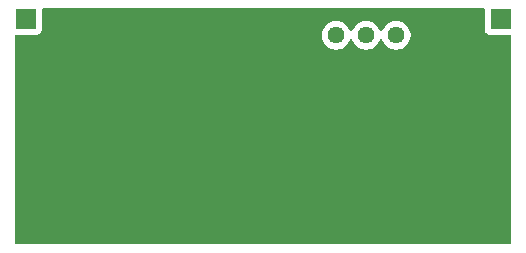
<source format=gbr>
%TF.GenerationSoftware,KiCad,Pcbnew,9.0.1*%
%TF.CreationDate,2025-11-29T01:29:33+04:00*%
%TF.ProjectId,BC-LM2596-ADJ,42432d4c-4d32-4353-9936-2d41444a2e6b,rev?*%
%TF.SameCoordinates,Original*%
%TF.FileFunction,Copper,L2,Bot*%
%TF.FilePolarity,Positive*%
%FSLAX46Y46*%
G04 Gerber Fmt 4.6, Leading zero omitted, Abs format (unit mm)*
G04 Created by KiCad (PCBNEW 9.0.1) date 2025-11-29 01:29:33*
%MOMM*%
%LPD*%
G01*
G04 APERTURE LIST*
%TA.AperFunction,ComponentPad*%
%ADD10R,1.700000X1.700000*%
%TD*%
%TA.AperFunction,ComponentPad*%
%ADD11C,1.440000*%
%TD*%
%TA.AperFunction,ViaPad*%
%ADD12C,0.450000*%
%TD*%
G04 APERTURE END LIST*
D10*
%TO.P,J3,1,Pin_1*%
%TO.N,/VOUT*%
X131600000Y-71400000D03*
%TD*%
%TO.P,J4,1,Pin_1*%
%TO.N,GND*%
X131600000Y-89600000D03*
%TD*%
%TO.P,J1,1,Pin_1*%
%TO.N,/VIN*%
X91400000Y-71400000D03*
%TD*%
D11*
%TO.P,RV1,1,1*%
%TO.N,/VOUT*%
X122750000Y-72800000D03*
%TO.P,RV1,2,2*%
%TO.N,Net-(U1-FB)*%
X120210000Y-72800000D03*
%TO.P,RV1,3,3*%
X117670000Y-72800000D03*
%TD*%
D10*
%TO.P,J2,1,Pin_1*%
%TO.N,GND*%
X91400000Y-89600000D03*
%TD*%
D12*
%TO.N,GND*%
X109750000Y-84000000D03*
X109750000Y-86400000D03*
X109750000Y-84800000D03*
X114050000Y-73200000D03*
X109750000Y-85600000D03*
X128400000Y-73950000D03*
X104950000Y-81200000D03*
%TD*%
%TA.AperFunction,Conductor*%
%TO.N,GND*%
G36*
X130192539Y-70520185D02*
G01*
X130238294Y-70572989D01*
X130249500Y-70624500D01*
X130249500Y-72297870D01*
X130249501Y-72297876D01*
X130255908Y-72357483D01*
X130306202Y-72492328D01*
X130306206Y-72492335D01*
X130392452Y-72607544D01*
X130392455Y-72607547D01*
X130507664Y-72693793D01*
X130507671Y-72693797D01*
X130642517Y-72744091D01*
X130642516Y-72744091D01*
X130649444Y-72744835D01*
X130702127Y-72750500D01*
X132375500Y-72750499D01*
X132442539Y-72770184D01*
X132488294Y-72822987D01*
X132499500Y-72874499D01*
X132499500Y-90375500D01*
X132479815Y-90442539D01*
X132427011Y-90488294D01*
X132375500Y-90499500D01*
X90624500Y-90499500D01*
X90557461Y-90479815D01*
X90511706Y-90427011D01*
X90500500Y-90375500D01*
X90500500Y-72874499D01*
X90520185Y-72807460D01*
X90572989Y-72761705D01*
X90624495Y-72750499D01*
X92297872Y-72750499D01*
X92357483Y-72744091D01*
X92465120Y-72703945D01*
X116449500Y-72703945D01*
X116449500Y-72896054D01*
X116479553Y-73085802D01*
X116538916Y-73268506D01*
X116538918Y-73268509D01*
X116626135Y-73439681D01*
X116739055Y-73595102D01*
X116874898Y-73730945D01*
X117030319Y-73843865D01*
X117201491Y-73931082D01*
X117201493Y-73931083D01*
X117292845Y-73960764D01*
X117384199Y-73990447D01*
X117573945Y-74020500D01*
X117573946Y-74020500D01*
X117766054Y-74020500D01*
X117766055Y-74020500D01*
X117955801Y-73990447D01*
X118138509Y-73931082D01*
X118309681Y-73843865D01*
X118465102Y-73730945D01*
X118600945Y-73595102D01*
X118713865Y-73439681D01*
X118801082Y-73268509D01*
X118801084Y-73268504D01*
X118822069Y-73203919D01*
X118861506Y-73146243D01*
X118925864Y-73119044D01*
X118994711Y-73130958D01*
X119046187Y-73178202D01*
X119057931Y-73203919D01*
X119078915Y-73268504D01*
X119078918Y-73268509D01*
X119166135Y-73439681D01*
X119279055Y-73595102D01*
X119414898Y-73730945D01*
X119570319Y-73843865D01*
X119741491Y-73931082D01*
X119741493Y-73931083D01*
X119832845Y-73960764D01*
X119924199Y-73990447D01*
X120113945Y-74020500D01*
X120113946Y-74020500D01*
X120306054Y-74020500D01*
X120306055Y-74020500D01*
X120495801Y-73990447D01*
X120678509Y-73931082D01*
X120849681Y-73843865D01*
X121005102Y-73730945D01*
X121140945Y-73595102D01*
X121253865Y-73439681D01*
X121341082Y-73268509D01*
X121341084Y-73268504D01*
X121362069Y-73203919D01*
X121401506Y-73146243D01*
X121465864Y-73119044D01*
X121534711Y-73130958D01*
X121586187Y-73178202D01*
X121597931Y-73203919D01*
X121618915Y-73268504D01*
X121618918Y-73268509D01*
X121706135Y-73439681D01*
X121819055Y-73595102D01*
X121954898Y-73730945D01*
X122110319Y-73843865D01*
X122281491Y-73931082D01*
X122281493Y-73931083D01*
X122372845Y-73960764D01*
X122464199Y-73990447D01*
X122653945Y-74020500D01*
X122653946Y-74020500D01*
X122846054Y-74020500D01*
X122846055Y-74020500D01*
X123035801Y-73990447D01*
X123218509Y-73931082D01*
X123389681Y-73843865D01*
X123545102Y-73730945D01*
X123680945Y-73595102D01*
X123793865Y-73439681D01*
X123881082Y-73268509D01*
X123940447Y-73085801D01*
X123970500Y-72896055D01*
X123970500Y-72703945D01*
X123940447Y-72514199D01*
X123910424Y-72421797D01*
X123881083Y-72331493D01*
X123793864Y-72160318D01*
X123680945Y-72004898D01*
X123545102Y-71869055D01*
X123389681Y-71756135D01*
X123218506Y-71668916D01*
X123035802Y-71609553D01*
X122940928Y-71594526D01*
X122846055Y-71579500D01*
X122653945Y-71579500D01*
X122590696Y-71589517D01*
X122464197Y-71609553D01*
X122281493Y-71668916D01*
X122110318Y-71756135D01*
X122021645Y-71820560D01*
X121954898Y-71869055D01*
X121954896Y-71869057D01*
X121954895Y-71869057D01*
X121819057Y-72004895D01*
X121819057Y-72004896D01*
X121819055Y-72004898D01*
X121770560Y-72071645D01*
X121706135Y-72160318D01*
X121618916Y-72331493D01*
X121597931Y-72396081D01*
X121558494Y-72453756D01*
X121494135Y-72480955D01*
X121425289Y-72469041D01*
X121373813Y-72421797D01*
X121362069Y-72396081D01*
X121341083Y-72331493D01*
X121253864Y-72160318D01*
X121140945Y-72004898D01*
X121005102Y-71869055D01*
X120849681Y-71756135D01*
X120678506Y-71668916D01*
X120495802Y-71609553D01*
X120400928Y-71594526D01*
X120306055Y-71579500D01*
X120113945Y-71579500D01*
X120050696Y-71589517D01*
X119924197Y-71609553D01*
X119741493Y-71668916D01*
X119570318Y-71756135D01*
X119481645Y-71820560D01*
X119414898Y-71869055D01*
X119414896Y-71869057D01*
X119414895Y-71869057D01*
X119279057Y-72004895D01*
X119279057Y-72004896D01*
X119279055Y-72004898D01*
X119230560Y-72071645D01*
X119166135Y-72160318D01*
X119078916Y-72331493D01*
X119057931Y-72396081D01*
X119018494Y-72453756D01*
X118954135Y-72480955D01*
X118885289Y-72469041D01*
X118833813Y-72421797D01*
X118822069Y-72396081D01*
X118801083Y-72331493D01*
X118713864Y-72160318D01*
X118600945Y-72004898D01*
X118465102Y-71869055D01*
X118309681Y-71756135D01*
X118138506Y-71668916D01*
X117955802Y-71609553D01*
X117860928Y-71594526D01*
X117766055Y-71579500D01*
X117573945Y-71579500D01*
X117510696Y-71589517D01*
X117384197Y-71609553D01*
X117201493Y-71668916D01*
X117030318Y-71756135D01*
X116941645Y-71820560D01*
X116874898Y-71869055D01*
X116874896Y-71869057D01*
X116874895Y-71869057D01*
X116739057Y-72004895D01*
X116739057Y-72004896D01*
X116739055Y-72004898D01*
X116690560Y-72071645D01*
X116626135Y-72160318D01*
X116538916Y-72331493D01*
X116479553Y-72514197D01*
X116449500Y-72703945D01*
X92465120Y-72703945D01*
X92492331Y-72693796D01*
X92607546Y-72607546D01*
X92693796Y-72492331D01*
X92744091Y-72357483D01*
X92750500Y-72297873D01*
X92750499Y-70624499D01*
X92770184Y-70557461D01*
X92822987Y-70511706D01*
X92874499Y-70500500D01*
X130125500Y-70500500D01*
X130192539Y-70520185D01*
G37*
%TD.AperFunction*%
%TD*%
M02*

</source>
